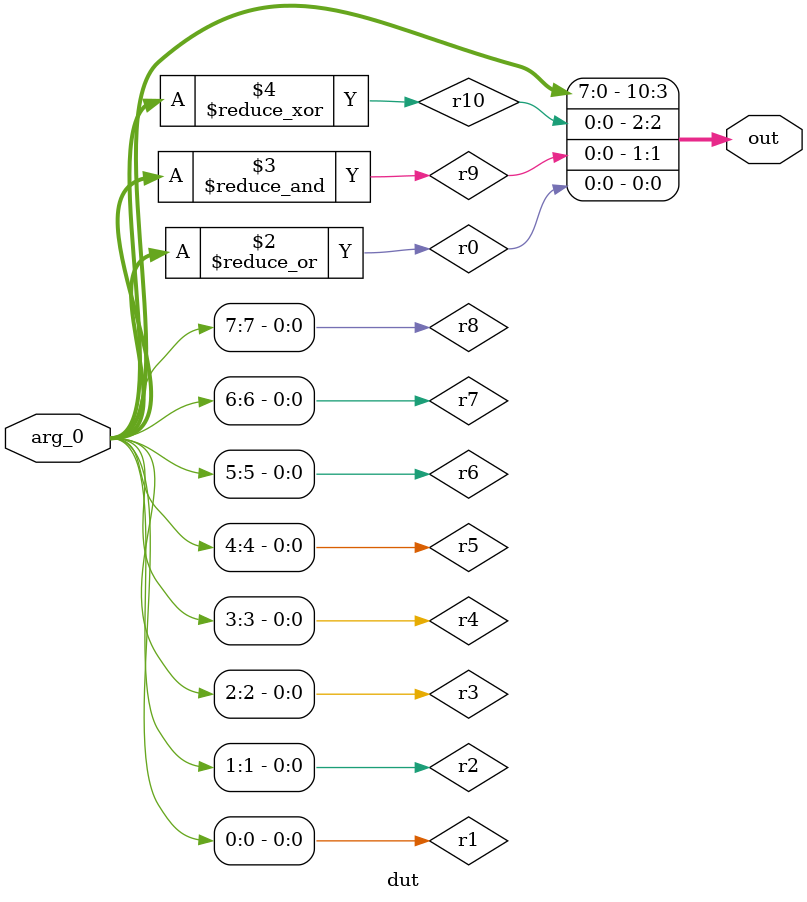
<source format=v>
module testbench();
    wire [10:0] out;
    reg [7:0] arg_0;
    dut t (.out(out),.arg_0(arg_0));
    initial begin
        arg_0 = 8'b00000000;
        #0;
        if (11'b00000000000 !== out) begin
            $display("ASSERTION FAILED 0x%0h !== 0x%0h CASE 0", 11'b00000000000, out);
            $finish;
        end
        arg_0 = 8'b00000001;
        #0;
        if (11'b00000001101 !== out) begin
            $display("ASSERTION FAILED 0x%0h !== 0x%0h CASE 1", 11'b00000001101, out);
            $finish;
        end
        arg_0 = 8'b00000010;
        #0;
        if (11'b00000010101 !== out) begin
            $display("ASSERTION FAILED 0x%0h !== 0x%0h CASE 2", 11'b00000010101, out);
            $finish;
        end
        arg_0 = 8'b00000011;
        #0;
        if (11'b00000011001 !== out) begin
            $display("ASSERTION FAILED 0x%0h !== 0x%0h CASE 3", 11'b00000011001, out);
            $finish;
        end
        arg_0 = 8'b00000100;
        #0;
        if (11'b00000100101 !== out) begin
            $display("ASSERTION FAILED 0x%0h !== 0x%0h CASE 4", 11'b00000100101, out);
            $finish;
        end
        arg_0 = 8'b00000101;
        #0;
        if (11'b00000101001 !== out) begin
            $display("ASSERTION FAILED 0x%0h !== 0x%0h CASE 5", 11'b00000101001, out);
            $finish;
        end
        arg_0 = 8'b00000110;
        #0;
        if (11'b00000110001 !== out) begin
            $display("ASSERTION FAILED 0x%0h !== 0x%0h CASE 6", 11'b00000110001, out);
            $finish;
        end
        arg_0 = 8'b00000111;
        #0;
        if (11'b00000111101 !== out) begin
            $display("ASSERTION FAILED 0x%0h !== 0x%0h CASE 7", 11'b00000111101, out);
            $finish;
        end
        arg_0 = 8'b00001000;
        #0;
        if (11'b00001000101 !== out) begin
            $display("ASSERTION FAILED 0x%0h !== 0x%0h CASE 8", 11'b00001000101, out);
            $finish;
        end
        arg_0 = 8'b00001001;
        #0;
        if (11'b00001001001 !== out) begin
            $display("ASSERTION FAILED 0x%0h !== 0x%0h CASE 9", 11'b00001001001, out);
            $finish;
        end
        arg_0 = 8'b00001010;
        #0;
        if (11'b00001010001 !== out) begin
            $display("ASSERTION FAILED 0x%0h !== 0x%0h CASE 10", 11'b00001010001, out);
            $finish;
        end
        arg_0 = 8'b00001011;
        #0;
        if (11'b00001011101 !== out) begin
            $display("ASSERTION FAILED 0x%0h !== 0x%0h CASE 11", 11'b00001011101, out);
            $finish;
        end
        arg_0 = 8'b00001100;
        #0;
        if (11'b00001100001 !== out) begin
            $display("ASSERTION FAILED 0x%0h !== 0x%0h CASE 12", 11'b00001100001, out);
            $finish;
        end
        arg_0 = 8'b00001101;
        #0;
        if (11'b00001101101 !== out) begin
            $display("ASSERTION FAILED 0x%0h !== 0x%0h CASE 13", 11'b00001101101, out);
            $finish;
        end
        arg_0 = 8'b00001110;
        #0;
        if (11'b00001110101 !== out) begin
            $display("ASSERTION FAILED 0x%0h !== 0x%0h CASE 14", 11'b00001110101, out);
            $finish;
        end
        arg_0 = 8'b00001111;
        #0;
        if (11'b00001111001 !== out) begin
            $display("ASSERTION FAILED 0x%0h !== 0x%0h CASE 15", 11'b00001111001, out);
            $finish;
        end
        arg_0 = 8'b00010000;
        #0;
        if (11'b00010000101 !== out) begin
            $display("ASSERTION FAILED 0x%0h !== 0x%0h CASE 16", 11'b00010000101, out);
            $finish;
        end
        arg_0 = 8'b00010001;
        #0;
        if (11'b00010001001 !== out) begin
            $display("ASSERTION FAILED 0x%0h !== 0x%0h CASE 17", 11'b00010001001, out);
            $finish;
        end
        arg_0 = 8'b00010010;
        #0;
        if (11'b00010010001 !== out) begin
            $display("ASSERTION FAILED 0x%0h !== 0x%0h CASE 18", 11'b00010010001, out);
            $finish;
        end
        arg_0 = 8'b00010011;
        #0;
        if (11'b00010011101 !== out) begin
            $display("ASSERTION FAILED 0x%0h !== 0x%0h CASE 19", 11'b00010011101, out);
            $finish;
        end
        arg_0 = 8'b00010100;
        #0;
        if (11'b00010100001 !== out) begin
            $display("ASSERTION FAILED 0x%0h !== 0x%0h CASE 20", 11'b00010100001, out);
            $finish;
        end
        arg_0 = 8'b00010101;
        #0;
        if (11'b00010101101 !== out) begin
            $display("ASSERTION FAILED 0x%0h !== 0x%0h CASE 21", 11'b00010101101, out);
            $finish;
        end
        arg_0 = 8'b00010110;
        #0;
        if (11'b00010110101 !== out) begin
            $display("ASSERTION FAILED 0x%0h !== 0x%0h CASE 22", 11'b00010110101, out);
            $finish;
        end
        arg_0 = 8'b00010111;
        #0;
        if (11'b00010111001 !== out) begin
            $display("ASSERTION FAILED 0x%0h !== 0x%0h CASE 23", 11'b00010111001, out);
            $finish;
        end
        arg_0 = 8'b00011000;
        #0;
        if (11'b00011000001 !== out) begin
            $display("ASSERTION FAILED 0x%0h !== 0x%0h CASE 24", 11'b00011000001, out);
            $finish;
        end
        arg_0 = 8'b00011001;
        #0;
        if (11'b00011001101 !== out) begin
            $display("ASSERTION FAILED 0x%0h !== 0x%0h CASE 25", 11'b00011001101, out);
            $finish;
        end
        arg_0 = 8'b00011010;
        #0;
        if (11'b00011010101 !== out) begin
            $display("ASSERTION FAILED 0x%0h !== 0x%0h CASE 26", 11'b00011010101, out);
            $finish;
        end
        arg_0 = 8'b00011011;
        #0;
        if (11'b00011011001 !== out) begin
            $display("ASSERTION FAILED 0x%0h !== 0x%0h CASE 27", 11'b00011011001, out);
            $finish;
        end
        arg_0 = 8'b00011100;
        #0;
        if (11'b00011100101 !== out) begin
            $display("ASSERTION FAILED 0x%0h !== 0x%0h CASE 28", 11'b00011100101, out);
            $finish;
        end
        arg_0 = 8'b00011101;
        #0;
        if (11'b00011101001 !== out) begin
            $display("ASSERTION FAILED 0x%0h !== 0x%0h CASE 29", 11'b00011101001, out);
            $finish;
        end
        arg_0 = 8'b00011110;
        #0;
        if (11'b00011110001 !== out) begin
            $display("ASSERTION FAILED 0x%0h !== 0x%0h CASE 30", 11'b00011110001, out);
            $finish;
        end
        arg_0 = 8'b00011111;
        #0;
        if (11'b00011111101 !== out) begin
            $display("ASSERTION FAILED 0x%0h !== 0x%0h CASE 31", 11'b00011111101, out);
            $finish;
        end
        arg_0 = 8'b00100000;
        #0;
        if (11'b00100000101 !== out) begin
            $display("ASSERTION FAILED 0x%0h !== 0x%0h CASE 32", 11'b00100000101, out);
            $finish;
        end
        arg_0 = 8'b00100001;
        #0;
        if (11'b00100001001 !== out) begin
            $display("ASSERTION FAILED 0x%0h !== 0x%0h CASE 33", 11'b00100001001, out);
            $finish;
        end
        arg_0 = 8'b00100010;
        #0;
        if (11'b00100010001 !== out) begin
            $display("ASSERTION FAILED 0x%0h !== 0x%0h CASE 34", 11'b00100010001, out);
            $finish;
        end
        arg_0 = 8'b00100011;
        #0;
        if (11'b00100011101 !== out) begin
            $display("ASSERTION FAILED 0x%0h !== 0x%0h CASE 35", 11'b00100011101, out);
            $finish;
        end
        arg_0 = 8'b00100100;
        #0;
        if (11'b00100100001 !== out) begin
            $display("ASSERTION FAILED 0x%0h !== 0x%0h CASE 36", 11'b00100100001, out);
            $finish;
        end
        arg_0 = 8'b00100101;
        #0;
        if (11'b00100101101 !== out) begin
            $display("ASSERTION FAILED 0x%0h !== 0x%0h CASE 37", 11'b00100101101, out);
            $finish;
        end
        arg_0 = 8'b00100110;
        #0;
        if (11'b00100110101 !== out) begin
            $display("ASSERTION FAILED 0x%0h !== 0x%0h CASE 38", 11'b00100110101, out);
            $finish;
        end
        arg_0 = 8'b00100111;
        #0;
        if (11'b00100111001 !== out) begin
            $display("ASSERTION FAILED 0x%0h !== 0x%0h CASE 39", 11'b00100111001, out);
            $finish;
        end
        arg_0 = 8'b00101000;
        #0;
        if (11'b00101000001 !== out) begin
            $display("ASSERTION FAILED 0x%0h !== 0x%0h CASE 40", 11'b00101000001, out);
            $finish;
        end
        arg_0 = 8'b00101001;
        #0;
        if (11'b00101001101 !== out) begin
            $display("ASSERTION FAILED 0x%0h !== 0x%0h CASE 41", 11'b00101001101, out);
            $finish;
        end
        arg_0 = 8'b00101010;
        #0;
        if (11'b00101010101 !== out) begin
            $display("ASSERTION FAILED 0x%0h !== 0x%0h CASE 42", 11'b00101010101, out);
            $finish;
        end
        arg_0 = 8'b00101011;
        #0;
        if (11'b00101011001 !== out) begin
            $display("ASSERTION FAILED 0x%0h !== 0x%0h CASE 43", 11'b00101011001, out);
            $finish;
        end
        arg_0 = 8'b00101100;
        #0;
        if (11'b00101100101 !== out) begin
            $display("ASSERTION FAILED 0x%0h !== 0x%0h CASE 44", 11'b00101100101, out);
            $finish;
        end
        arg_0 = 8'b00101101;
        #0;
        if (11'b00101101001 !== out) begin
            $display("ASSERTION FAILED 0x%0h !== 0x%0h CASE 45", 11'b00101101001, out);
            $finish;
        end
        arg_0 = 8'b00101110;
        #0;
        if (11'b00101110001 !== out) begin
            $display("ASSERTION FAILED 0x%0h !== 0x%0h CASE 46", 11'b00101110001, out);
            $finish;
        end
        arg_0 = 8'b00101111;
        #0;
        if (11'b00101111101 !== out) begin
            $display("ASSERTION FAILED 0x%0h !== 0x%0h CASE 47", 11'b00101111101, out);
            $finish;
        end
        arg_0 = 8'b00110000;
        #0;
        if (11'b00110000001 !== out) begin
            $display("ASSERTION FAILED 0x%0h !== 0x%0h CASE 48", 11'b00110000001, out);
            $finish;
        end
        arg_0 = 8'b00110001;
        #0;
        if (11'b00110001101 !== out) begin
            $display("ASSERTION FAILED 0x%0h !== 0x%0h CASE 49", 11'b00110001101, out);
            $finish;
        end
        arg_0 = 8'b00110010;
        #0;
        if (11'b00110010101 !== out) begin
            $display("ASSERTION FAILED 0x%0h !== 0x%0h CASE 50", 11'b00110010101, out);
            $finish;
        end
        arg_0 = 8'b00110011;
        #0;
        if (11'b00110011001 !== out) begin
            $display("ASSERTION FAILED 0x%0h !== 0x%0h CASE 51", 11'b00110011001, out);
            $finish;
        end
        arg_0 = 8'b00110100;
        #0;
        if (11'b00110100101 !== out) begin
            $display("ASSERTION FAILED 0x%0h !== 0x%0h CASE 52", 11'b00110100101, out);
            $finish;
        end
        arg_0 = 8'b00110101;
        #0;
        if (11'b00110101001 !== out) begin
            $display("ASSERTION FAILED 0x%0h !== 0x%0h CASE 53", 11'b00110101001, out);
            $finish;
        end
        arg_0 = 8'b00110110;
        #0;
        if (11'b00110110001 !== out) begin
            $display("ASSERTION FAILED 0x%0h !== 0x%0h CASE 54", 11'b00110110001, out);
            $finish;
        end
        arg_0 = 8'b00110111;
        #0;
        if (11'b00110111101 !== out) begin
            $display("ASSERTION FAILED 0x%0h !== 0x%0h CASE 55", 11'b00110111101, out);
            $finish;
        end
        arg_0 = 8'b00111000;
        #0;
        if (11'b00111000101 !== out) begin
            $display("ASSERTION FAILED 0x%0h !== 0x%0h CASE 56", 11'b00111000101, out);
            $finish;
        end
        arg_0 = 8'b00111001;
        #0;
        if (11'b00111001001 !== out) begin
            $display("ASSERTION FAILED 0x%0h !== 0x%0h CASE 57", 11'b00111001001, out);
            $finish;
        end
        arg_0 = 8'b00111010;
        #0;
        if (11'b00111010001 !== out) begin
            $display("ASSERTION FAILED 0x%0h !== 0x%0h CASE 58", 11'b00111010001, out);
            $finish;
        end
        arg_0 = 8'b00111011;
        #0;
        if (11'b00111011101 !== out) begin
            $display("ASSERTION FAILED 0x%0h !== 0x%0h CASE 59", 11'b00111011101, out);
            $finish;
        end
        arg_0 = 8'b00111100;
        #0;
        if (11'b00111100001 !== out) begin
            $display("ASSERTION FAILED 0x%0h !== 0x%0h CASE 60", 11'b00111100001, out);
            $finish;
        end
        arg_0 = 8'b00111101;
        #0;
        if (11'b00111101101 !== out) begin
            $display("ASSERTION FAILED 0x%0h !== 0x%0h CASE 61", 11'b00111101101, out);
            $finish;
        end
        arg_0 = 8'b00111110;
        #0;
        if (11'b00111110101 !== out) begin
            $display("ASSERTION FAILED 0x%0h !== 0x%0h CASE 62", 11'b00111110101, out);
            $finish;
        end
        arg_0 = 8'b00111111;
        #0;
        if (11'b00111111001 !== out) begin
            $display("ASSERTION FAILED 0x%0h !== 0x%0h CASE 63", 11'b00111111001, out);
            $finish;
        end
        arg_0 = 8'b01000000;
        #0;
        if (11'b01000000101 !== out) begin
            $display("ASSERTION FAILED 0x%0h !== 0x%0h CASE 64", 11'b01000000101, out);
            $finish;
        end
        arg_0 = 8'b01000001;
        #0;
        if (11'b01000001001 !== out) begin
            $display("ASSERTION FAILED 0x%0h !== 0x%0h CASE 65", 11'b01000001001, out);
            $finish;
        end
        arg_0 = 8'b01000010;
        #0;
        if (11'b01000010001 !== out) begin
            $display("ASSERTION FAILED 0x%0h !== 0x%0h CASE 66", 11'b01000010001, out);
            $finish;
        end
        arg_0 = 8'b01000011;
        #0;
        if (11'b01000011101 !== out) begin
            $display("ASSERTION FAILED 0x%0h !== 0x%0h CASE 67", 11'b01000011101, out);
            $finish;
        end
        arg_0 = 8'b01000100;
        #0;
        if (11'b01000100001 !== out) begin
            $display("ASSERTION FAILED 0x%0h !== 0x%0h CASE 68", 11'b01000100001, out);
            $finish;
        end
        arg_0 = 8'b01000101;
        #0;
        if (11'b01000101101 !== out) begin
            $display("ASSERTION FAILED 0x%0h !== 0x%0h CASE 69", 11'b01000101101, out);
            $finish;
        end
        arg_0 = 8'b01000110;
        #0;
        if (11'b01000110101 !== out) begin
            $display("ASSERTION FAILED 0x%0h !== 0x%0h CASE 70", 11'b01000110101, out);
            $finish;
        end
        arg_0 = 8'b01000111;
        #0;
        if (11'b01000111001 !== out) begin
            $display("ASSERTION FAILED 0x%0h !== 0x%0h CASE 71", 11'b01000111001, out);
            $finish;
        end
        arg_0 = 8'b01001000;
        #0;
        if (11'b01001000001 !== out) begin
            $display("ASSERTION FAILED 0x%0h !== 0x%0h CASE 72", 11'b01001000001, out);
            $finish;
        end
        arg_0 = 8'b01001001;
        #0;
        if (11'b01001001101 !== out) begin
            $display("ASSERTION FAILED 0x%0h !== 0x%0h CASE 73", 11'b01001001101, out);
            $finish;
        end
        arg_0 = 8'b01001010;
        #0;
        if (11'b01001010101 !== out) begin
            $display("ASSERTION FAILED 0x%0h !== 0x%0h CASE 74", 11'b01001010101, out);
            $finish;
        end
        arg_0 = 8'b01001011;
        #0;
        if (11'b01001011001 !== out) begin
            $display("ASSERTION FAILED 0x%0h !== 0x%0h CASE 75", 11'b01001011001, out);
            $finish;
        end
        arg_0 = 8'b01001100;
        #0;
        if (11'b01001100101 !== out) begin
            $display("ASSERTION FAILED 0x%0h !== 0x%0h CASE 76", 11'b01001100101, out);
            $finish;
        end
        arg_0 = 8'b01001101;
        #0;
        if (11'b01001101001 !== out) begin
            $display("ASSERTION FAILED 0x%0h !== 0x%0h CASE 77", 11'b01001101001, out);
            $finish;
        end
        arg_0 = 8'b01001110;
        #0;
        if (11'b01001110001 !== out) begin
            $display("ASSERTION FAILED 0x%0h !== 0x%0h CASE 78", 11'b01001110001, out);
            $finish;
        end
        arg_0 = 8'b01001111;
        #0;
        if (11'b01001111101 !== out) begin
            $display("ASSERTION FAILED 0x%0h !== 0x%0h CASE 79", 11'b01001111101, out);
            $finish;
        end
        arg_0 = 8'b01010000;
        #0;
        if (11'b01010000001 !== out) begin
            $display("ASSERTION FAILED 0x%0h !== 0x%0h CASE 80", 11'b01010000001, out);
            $finish;
        end
        arg_0 = 8'b01010001;
        #0;
        if (11'b01010001101 !== out) begin
            $display("ASSERTION FAILED 0x%0h !== 0x%0h CASE 81", 11'b01010001101, out);
            $finish;
        end
        arg_0 = 8'b01010010;
        #0;
        if (11'b01010010101 !== out) begin
            $display("ASSERTION FAILED 0x%0h !== 0x%0h CASE 82", 11'b01010010101, out);
            $finish;
        end
        arg_0 = 8'b01010011;
        #0;
        if (11'b01010011001 !== out) begin
            $display("ASSERTION FAILED 0x%0h !== 0x%0h CASE 83", 11'b01010011001, out);
            $finish;
        end
        arg_0 = 8'b01010100;
        #0;
        if (11'b01010100101 !== out) begin
            $display("ASSERTION FAILED 0x%0h !== 0x%0h CASE 84", 11'b01010100101, out);
            $finish;
        end
        arg_0 = 8'b01010101;
        #0;
        if (11'b01010101001 !== out) begin
            $display("ASSERTION FAILED 0x%0h !== 0x%0h CASE 85", 11'b01010101001, out);
            $finish;
        end
        arg_0 = 8'b01010110;
        #0;
        if (11'b01010110001 !== out) begin
            $display("ASSERTION FAILED 0x%0h !== 0x%0h CASE 86", 11'b01010110001, out);
            $finish;
        end
        arg_0 = 8'b01010111;
        #0;
        if (11'b01010111101 !== out) begin
            $display("ASSERTION FAILED 0x%0h !== 0x%0h CASE 87", 11'b01010111101, out);
            $finish;
        end
        arg_0 = 8'b01011000;
        #0;
        if (11'b01011000101 !== out) begin
            $display("ASSERTION FAILED 0x%0h !== 0x%0h CASE 88", 11'b01011000101, out);
            $finish;
        end
        arg_0 = 8'b01011001;
        #0;
        if (11'b01011001001 !== out) begin
            $display("ASSERTION FAILED 0x%0h !== 0x%0h CASE 89", 11'b01011001001, out);
            $finish;
        end
        arg_0 = 8'b01011010;
        #0;
        if (11'b01011010001 !== out) begin
            $display("ASSERTION FAILED 0x%0h !== 0x%0h CASE 90", 11'b01011010001, out);
            $finish;
        end
        arg_0 = 8'b01011011;
        #0;
        if (11'b01011011101 !== out) begin
            $display("ASSERTION FAILED 0x%0h !== 0x%0h CASE 91", 11'b01011011101, out);
            $finish;
        end
        arg_0 = 8'b01011100;
        #0;
        if (11'b01011100001 !== out) begin
            $display("ASSERTION FAILED 0x%0h !== 0x%0h CASE 92", 11'b01011100001, out);
            $finish;
        end
        arg_0 = 8'b01011101;
        #0;
        if (11'b01011101101 !== out) begin
            $display("ASSERTION FAILED 0x%0h !== 0x%0h CASE 93", 11'b01011101101, out);
            $finish;
        end
        arg_0 = 8'b01011110;
        #0;
        if (11'b01011110101 !== out) begin
            $display("ASSERTION FAILED 0x%0h !== 0x%0h CASE 94", 11'b01011110101, out);
            $finish;
        end
        arg_0 = 8'b01011111;
        #0;
        if (11'b01011111001 !== out) begin
            $display("ASSERTION FAILED 0x%0h !== 0x%0h CASE 95", 11'b01011111001, out);
            $finish;
        end
        arg_0 = 8'b01100000;
        #0;
        if (11'b01100000001 !== out) begin
            $display("ASSERTION FAILED 0x%0h !== 0x%0h CASE 96", 11'b01100000001, out);
            $finish;
        end
        arg_0 = 8'b01100001;
        #0;
        if (11'b01100001101 !== out) begin
            $display("ASSERTION FAILED 0x%0h !== 0x%0h CASE 97", 11'b01100001101, out);
            $finish;
        end
        arg_0 = 8'b01100010;
        #0;
        if (11'b01100010101 !== out) begin
            $display("ASSERTION FAILED 0x%0h !== 0x%0h CASE 98", 11'b01100010101, out);
            $finish;
        end
        arg_0 = 8'b01100011;
        #0;
        if (11'b01100011001 !== out) begin
            $display("ASSERTION FAILED 0x%0h !== 0x%0h CASE 99", 11'b01100011001, out);
            $finish;
        end
        arg_0 = 8'b01100100;
        #0;
        if (11'b01100100101 !== out) begin
            $display("ASSERTION FAILED 0x%0h !== 0x%0h CASE 100", 11'b01100100101, out);
            $finish;
        end
        arg_0 = 8'b01100101;
        #0;
        if (11'b01100101001 !== out) begin
            $display("ASSERTION FAILED 0x%0h !== 0x%0h CASE 101", 11'b01100101001, out);
            $finish;
        end
        arg_0 = 8'b01100110;
        #0;
        if (11'b01100110001 !== out) begin
            $display("ASSERTION FAILED 0x%0h !== 0x%0h CASE 102", 11'b01100110001, out);
            $finish;
        end
        arg_0 = 8'b01100111;
        #0;
        if (11'b01100111101 !== out) begin
            $display("ASSERTION FAILED 0x%0h !== 0x%0h CASE 103", 11'b01100111101, out);
            $finish;
        end
        arg_0 = 8'b01101000;
        #0;
        if (11'b01101000101 !== out) begin
            $display("ASSERTION FAILED 0x%0h !== 0x%0h CASE 104", 11'b01101000101, out);
            $finish;
        end
        arg_0 = 8'b01101001;
        #0;
        if (11'b01101001001 !== out) begin
            $display("ASSERTION FAILED 0x%0h !== 0x%0h CASE 105", 11'b01101001001, out);
            $finish;
        end
        arg_0 = 8'b01101010;
        #0;
        if (11'b01101010001 !== out) begin
            $display("ASSERTION FAILED 0x%0h !== 0x%0h CASE 106", 11'b01101010001, out);
            $finish;
        end
        arg_0 = 8'b01101011;
        #0;
        if (11'b01101011101 !== out) begin
            $display("ASSERTION FAILED 0x%0h !== 0x%0h CASE 107", 11'b01101011101, out);
            $finish;
        end
        arg_0 = 8'b01101100;
        #0;
        if (11'b01101100001 !== out) begin
            $display("ASSERTION FAILED 0x%0h !== 0x%0h CASE 108", 11'b01101100001, out);
            $finish;
        end
        arg_0 = 8'b01101101;
        #0;
        if (11'b01101101101 !== out) begin
            $display("ASSERTION FAILED 0x%0h !== 0x%0h CASE 109", 11'b01101101101, out);
            $finish;
        end
        arg_0 = 8'b01101110;
        #0;
        if (11'b01101110101 !== out) begin
            $display("ASSERTION FAILED 0x%0h !== 0x%0h CASE 110", 11'b01101110101, out);
            $finish;
        end
        arg_0 = 8'b01101111;
        #0;
        if (11'b01101111001 !== out) begin
            $display("ASSERTION FAILED 0x%0h !== 0x%0h CASE 111", 11'b01101111001, out);
            $finish;
        end
        arg_0 = 8'b01110000;
        #0;
        if (11'b01110000101 !== out) begin
            $display("ASSERTION FAILED 0x%0h !== 0x%0h CASE 112", 11'b01110000101, out);
            $finish;
        end
        arg_0 = 8'b01110001;
        #0;
        if (11'b01110001001 !== out) begin
            $display("ASSERTION FAILED 0x%0h !== 0x%0h CASE 113", 11'b01110001001, out);
            $finish;
        end
        arg_0 = 8'b01110010;
        #0;
        if (11'b01110010001 !== out) begin
            $display("ASSERTION FAILED 0x%0h !== 0x%0h CASE 114", 11'b01110010001, out);
            $finish;
        end
        arg_0 = 8'b01110011;
        #0;
        if (11'b01110011101 !== out) begin
            $display("ASSERTION FAILED 0x%0h !== 0x%0h CASE 115", 11'b01110011101, out);
            $finish;
        end
        arg_0 = 8'b01110100;
        #0;
        if (11'b01110100001 !== out) begin
            $display("ASSERTION FAILED 0x%0h !== 0x%0h CASE 116", 11'b01110100001, out);
            $finish;
        end
        arg_0 = 8'b01110101;
        #0;
        if (11'b01110101101 !== out) begin
            $display("ASSERTION FAILED 0x%0h !== 0x%0h CASE 117", 11'b01110101101, out);
            $finish;
        end
        arg_0 = 8'b01110110;
        #0;
        if (11'b01110110101 !== out) begin
            $display("ASSERTION FAILED 0x%0h !== 0x%0h CASE 118", 11'b01110110101, out);
            $finish;
        end
        arg_0 = 8'b01110111;
        #0;
        if (11'b01110111001 !== out) begin
            $display("ASSERTION FAILED 0x%0h !== 0x%0h CASE 119", 11'b01110111001, out);
            $finish;
        end
        arg_0 = 8'b01111000;
        #0;
        if (11'b01111000001 !== out) begin
            $display("ASSERTION FAILED 0x%0h !== 0x%0h CASE 120", 11'b01111000001, out);
            $finish;
        end
        arg_0 = 8'b01111001;
        #0;
        if (11'b01111001101 !== out) begin
            $display("ASSERTION FAILED 0x%0h !== 0x%0h CASE 121", 11'b01111001101, out);
            $finish;
        end
        arg_0 = 8'b01111010;
        #0;
        if (11'b01111010101 !== out) begin
            $display("ASSERTION FAILED 0x%0h !== 0x%0h CASE 122", 11'b01111010101, out);
            $finish;
        end
        arg_0 = 8'b01111011;
        #0;
        if (11'b01111011001 !== out) begin
            $display("ASSERTION FAILED 0x%0h !== 0x%0h CASE 123", 11'b01111011001, out);
            $finish;
        end
        arg_0 = 8'b01111100;
        #0;
        if (11'b01111100101 !== out) begin
            $display("ASSERTION FAILED 0x%0h !== 0x%0h CASE 124", 11'b01111100101, out);
            $finish;
        end
        arg_0 = 8'b01111101;
        #0;
        if (11'b01111101001 !== out) begin
            $display("ASSERTION FAILED 0x%0h !== 0x%0h CASE 125", 11'b01111101001, out);
            $finish;
        end
        arg_0 = 8'b01111110;
        #0;
        if (11'b01111110001 !== out) begin
            $display("ASSERTION FAILED 0x%0h !== 0x%0h CASE 126", 11'b01111110001, out);
            $finish;
        end
        arg_0 = 8'b01111111;
        #0;
        if (11'b01111111101 !== out) begin
            $display("ASSERTION FAILED 0x%0h !== 0x%0h CASE 127", 11'b01111111101, out);
            $finish;
        end
        arg_0 = 8'b10000000;
        #0;
        if (11'b10000000101 !== out) begin
            $display("ASSERTION FAILED 0x%0h !== 0x%0h CASE 128", 11'b10000000101, out);
            $finish;
        end
        arg_0 = 8'b10000001;
        #0;
        if (11'b10000001001 !== out) begin
            $display("ASSERTION FAILED 0x%0h !== 0x%0h CASE 129", 11'b10000001001, out);
            $finish;
        end
        arg_0 = 8'b10000010;
        #0;
        if (11'b10000010001 !== out) begin
            $display("ASSERTION FAILED 0x%0h !== 0x%0h CASE 130", 11'b10000010001, out);
            $finish;
        end
        arg_0 = 8'b10000011;
        #0;
        if (11'b10000011101 !== out) begin
            $display("ASSERTION FAILED 0x%0h !== 0x%0h CASE 131", 11'b10000011101, out);
            $finish;
        end
        arg_0 = 8'b10000100;
        #0;
        if (11'b10000100001 !== out) begin
            $display("ASSERTION FAILED 0x%0h !== 0x%0h CASE 132", 11'b10000100001, out);
            $finish;
        end
        arg_0 = 8'b10000101;
        #0;
        if (11'b10000101101 !== out) begin
            $display("ASSERTION FAILED 0x%0h !== 0x%0h CASE 133", 11'b10000101101, out);
            $finish;
        end
        arg_0 = 8'b10000110;
        #0;
        if (11'b10000110101 !== out) begin
            $display("ASSERTION FAILED 0x%0h !== 0x%0h CASE 134", 11'b10000110101, out);
            $finish;
        end
        arg_0 = 8'b10000111;
        #0;
        if (11'b10000111001 !== out) begin
            $display("ASSERTION FAILED 0x%0h !== 0x%0h CASE 135", 11'b10000111001, out);
            $finish;
        end
        arg_0 = 8'b10001000;
        #0;
        if (11'b10001000001 !== out) begin
            $display("ASSERTION FAILED 0x%0h !== 0x%0h CASE 136", 11'b10001000001, out);
            $finish;
        end
        arg_0 = 8'b10001001;
        #0;
        if (11'b10001001101 !== out) begin
            $display("ASSERTION FAILED 0x%0h !== 0x%0h CASE 137", 11'b10001001101, out);
            $finish;
        end
        arg_0 = 8'b10001010;
        #0;
        if (11'b10001010101 !== out) begin
            $display("ASSERTION FAILED 0x%0h !== 0x%0h CASE 138", 11'b10001010101, out);
            $finish;
        end
        arg_0 = 8'b10001011;
        #0;
        if (11'b10001011001 !== out) begin
            $display("ASSERTION FAILED 0x%0h !== 0x%0h CASE 139", 11'b10001011001, out);
            $finish;
        end
        arg_0 = 8'b10001100;
        #0;
        if (11'b10001100101 !== out) begin
            $display("ASSERTION FAILED 0x%0h !== 0x%0h CASE 140", 11'b10001100101, out);
            $finish;
        end
        arg_0 = 8'b10001101;
        #0;
        if (11'b10001101001 !== out) begin
            $display("ASSERTION FAILED 0x%0h !== 0x%0h CASE 141", 11'b10001101001, out);
            $finish;
        end
        arg_0 = 8'b10001110;
        #0;
        if (11'b10001110001 !== out) begin
            $display("ASSERTION FAILED 0x%0h !== 0x%0h CASE 142", 11'b10001110001, out);
            $finish;
        end
        arg_0 = 8'b10001111;
        #0;
        if (11'b10001111101 !== out) begin
            $display("ASSERTION FAILED 0x%0h !== 0x%0h CASE 143", 11'b10001111101, out);
            $finish;
        end
        arg_0 = 8'b10010000;
        #0;
        if (11'b10010000001 !== out) begin
            $display("ASSERTION FAILED 0x%0h !== 0x%0h CASE 144", 11'b10010000001, out);
            $finish;
        end
        arg_0 = 8'b10010001;
        #0;
        if (11'b10010001101 !== out) begin
            $display("ASSERTION FAILED 0x%0h !== 0x%0h CASE 145", 11'b10010001101, out);
            $finish;
        end
        arg_0 = 8'b10010010;
        #0;
        if (11'b10010010101 !== out) begin
            $display("ASSERTION FAILED 0x%0h !== 0x%0h CASE 146", 11'b10010010101, out);
            $finish;
        end
        arg_0 = 8'b10010011;
        #0;
        if (11'b10010011001 !== out) begin
            $display("ASSERTION FAILED 0x%0h !== 0x%0h CASE 147", 11'b10010011001, out);
            $finish;
        end
        arg_0 = 8'b10010100;
        #0;
        if (11'b10010100101 !== out) begin
            $display("ASSERTION FAILED 0x%0h !== 0x%0h CASE 148", 11'b10010100101, out);
            $finish;
        end
        arg_0 = 8'b10010101;
        #0;
        if (11'b10010101001 !== out) begin
            $display("ASSERTION FAILED 0x%0h !== 0x%0h CASE 149", 11'b10010101001, out);
            $finish;
        end
        arg_0 = 8'b10010110;
        #0;
        if (11'b10010110001 !== out) begin
            $display("ASSERTION FAILED 0x%0h !== 0x%0h CASE 150", 11'b10010110001, out);
            $finish;
        end
        arg_0 = 8'b10010111;
        #0;
        if (11'b10010111101 !== out) begin
            $display("ASSERTION FAILED 0x%0h !== 0x%0h CASE 151", 11'b10010111101, out);
            $finish;
        end
        arg_0 = 8'b10011000;
        #0;
        if (11'b10011000101 !== out) begin
            $display("ASSERTION FAILED 0x%0h !== 0x%0h CASE 152", 11'b10011000101, out);
            $finish;
        end
        arg_0 = 8'b10011001;
        #0;
        if (11'b10011001001 !== out) begin
            $display("ASSERTION FAILED 0x%0h !== 0x%0h CASE 153", 11'b10011001001, out);
            $finish;
        end
        arg_0 = 8'b10011010;
        #0;
        if (11'b10011010001 !== out) begin
            $display("ASSERTION FAILED 0x%0h !== 0x%0h CASE 154", 11'b10011010001, out);
            $finish;
        end
        arg_0 = 8'b10011011;
        #0;
        if (11'b10011011101 !== out) begin
            $display("ASSERTION FAILED 0x%0h !== 0x%0h CASE 155", 11'b10011011101, out);
            $finish;
        end
        arg_0 = 8'b10011100;
        #0;
        if (11'b10011100001 !== out) begin
            $display("ASSERTION FAILED 0x%0h !== 0x%0h CASE 156", 11'b10011100001, out);
            $finish;
        end
        arg_0 = 8'b10011101;
        #0;
        if (11'b10011101101 !== out) begin
            $display("ASSERTION FAILED 0x%0h !== 0x%0h CASE 157", 11'b10011101101, out);
            $finish;
        end
        arg_0 = 8'b10011110;
        #0;
        if (11'b10011110101 !== out) begin
            $display("ASSERTION FAILED 0x%0h !== 0x%0h CASE 158", 11'b10011110101, out);
            $finish;
        end
        arg_0 = 8'b10011111;
        #0;
        if (11'b10011111001 !== out) begin
            $display("ASSERTION FAILED 0x%0h !== 0x%0h CASE 159", 11'b10011111001, out);
            $finish;
        end
        arg_0 = 8'b10100000;
        #0;
        if (11'b10100000001 !== out) begin
            $display("ASSERTION FAILED 0x%0h !== 0x%0h CASE 160", 11'b10100000001, out);
            $finish;
        end
        arg_0 = 8'b10100001;
        #0;
        if (11'b10100001101 !== out) begin
            $display("ASSERTION FAILED 0x%0h !== 0x%0h CASE 161", 11'b10100001101, out);
            $finish;
        end
        arg_0 = 8'b10100010;
        #0;
        if (11'b10100010101 !== out) begin
            $display("ASSERTION FAILED 0x%0h !== 0x%0h CASE 162", 11'b10100010101, out);
            $finish;
        end
        arg_0 = 8'b10100011;
        #0;
        if (11'b10100011001 !== out) begin
            $display("ASSERTION FAILED 0x%0h !== 0x%0h CASE 163", 11'b10100011001, out);
            $finish;
        end
        arg_0 = 8'b10100100;
        #0;
        if (11'b10100100101 !== out) begin
            $display("ASSERTION FAILED 0x%0h !== 0x%0h CASE 164", 11'b10100100101, out);
            $finish;
        end
        arg_0 = 8'b10100101;
        #0;
        if (11'b10100101001 !== out) begin
            $display("ASSERTION FAILED 0x%0h !== 0x%0h CASE 165", 11'b10100101001, out);
            $finish;
        end
        arg_0 = 8'b10100110;
        #0;
        if (11'b10100110001 !== out) begin
            $display("ASSERTION FAILED 0x%0h !== 0x%0h CASE 166", 11'b10100110001, out);
            $finish;
        end
        arg_0 = 8'b10100111;
        #0;
        if (11'b10100111101 !== out) begin
            $display("ASSERTION FAILED 0x%0h !== 0x%0h CASE 167", 11'b10100111101, out);
            $finish;
        end
        arg_0 = 8'b10101000;
        #0;
        if (11'b10101000101 !== out) begin
            $display("ASSERTION FAILED 0x%0h !== 0x%0h CASE 168", 11'b10101000101, out);
            $finish;
        end
        arg_0 = 8'b10101001;
        #0;
        if (11'b10101001001 !== out) begin
            $display("ASSERTION FAILED 0x%0h !== 0x%0h CASE 169", 11'b10101001001, out);
            $finish;
        end
        arg_0 = 8'b10101010;
        #0;
        if (11'b10101010001 !== out) begin
            $display("ASSERTION FAILED 0x%0h !== 0x%0h CASE 170", 11'b10101010001, out);
            $finish;
        end
        arg_0 = 8'b10101011;
        #0;
        if (11'b10101011101 !== out) begin
            $display("ASSERTION FAILED 0x%0h !== 0x%0h CASE 171", 11'b10101011101, out);
            $finish;
        end
        arg_0 = 8'b10101100;
        #0;
        if (11'b10101100001 !== out) begin
            $display("ASSERTION FAILED 0x%0h !== 0x%0h CASE 172", 11'b10101100001, out);
            $finish;
        end
        arg_0 = 8'b10101101;
        #0;
        if (11'b10101101101 !== out) begin
            $display("ASSERTION FAILED 0x%0h !== 0x%0h CASE 173", 11'b10101101101, out);
            $finish;
        end
        arg_0 = 8'b10101110;
        #0;
        if (11'b10101110101 !== out) begin
            $display("ASSERTION FAILED 0x%0h !== 0x%0h CASE 174", 11'b10101110101, out);
            $finish;
        end
        arg_0 = 8'b10101111;
        #0;
        if (11'b10101111001 !== out) begin
            $display("ASSERTION FAILED 0x%0h !== 0x%0h CASE 175", 11'b10101111001, out);
            $finish;
        end
        arg_0 = 8'b10110000;
        #0;
        if (11'b10110000101 !== out) begin
            $display("ASSERTION FAILED 0x%0h !== 0x%0h CASE 176", 11'b10110000101, out);
            $finish;
        end
        arg_0 = 8'b10110001;
        #0;
        if (11'b10110001001 !== out) begin
            $display("ASSERTION FAILED 0x%0h !== 0x%0h CASE 177", 11'b10110001001, out);
            $finish;
        end
        arg_0 = 8'b10110010;
        #0;
        if (11'b10110010001 !== out) begin
            $display("ASSERTION FAILED 0x%0h !== 0x%0h CASE 178", 11'b10110010001, out);
            $finish;
        end
        arg_0 = 8'b10110011;
        #0;
        if (11'b10110011101 !== out) begin
            $display("ASSERTION FAILED 0x%0h !== 0x%0h CASE 179", 11'b10110011101, out);
            $finish;
        end
        arg_0 = 8'b10110100;
        #0;
        if (11'b10110100001 !== out) begin
            $display("ASSERTION FAILED 0x%0h !== 0x%0h CASE 180", 11'b10110100001, out);
            $finish;
        end
        arg_0 = 8'b10110101;
        #0;
        if (11'b10110101101 !== out) begin
            $display("ASSERTION FAILED 0x%0h !== 0x%0h CASE 181", 11'b10110101101, out);
            $finish;
        end
        arg_0 = 8'b10110110;
        #0;
        if (11'b10110110101 !== out) begin
            $display("ASSERTION FAILED 0x%0h !== 0x%0h CASE 182", 11'b10110110101, out);
            $finish;
        end
        arg_0 = 8'b10110111;
        #0;
        if (11'b10110111001 !== out) begin
            $display("ASSERTION FAILED 0x%0h !== 0x%0h CASE 183", 11'b10110111001, out);
            $finish;
        end
        arg_0 = 8'b10111000;
        #0;
        if (11'b10111000001 !== out) begin
            $display("ASSERTION FAILED 0x%0h !== 0x%0h CASE 184", 11'b10111000001, out);
            $finish;
        end
        arg_0 = 8'b10111001;
        #0;
        if (11'b10111001101 !== out) begin
            $display("ASSERTION FAILED 0x%0h !== 0x%0h CASE 185", 11'b10111001101, out);
            $finish;
        end
        arg_0 = 8'b10111010;
        #0;
        if (11'b10111010101 !== out) begin
            $display("ASSERTION FAILED 0x%0h !== 0x%0h CASE 186", 11'b10111010101, out);
            $finish;
        end
        arg_0 = 8'b10111011;
        #0;
        if (11'b10111011001 !== out) begin
            $display("ASSERTION FAILED 0x%0h !== 0x%0h CASE 187", 11'b10111011001, out);
            $finish;
        end
        arg_0 = 8'b10111100;
        #0;
        if (11'b10111100101 !== out) begin
            $display("ASSERTION FAILED 0x%0h !== 0x%0h CASE 188", 11'b10111100101, out);
            $finish;
        end
        arg_0 = 8'b10111101;
        #0;
        if (11'b10111101001 !== out) begin
            $display("ASSERTION FAILED 0x%0h !== 0x%0h CASE 189", 11'b10111101001, out);
            $finish;
        end
        arg_0 = 8'b10111110;
        #0;
        if (11'b10111110001 !== out) begin
            $display("ASSERTION FAILED 0x%0h !== 0x%0h CASE 190", 11'b10111110001, out);
            $finish;
        end
        arg_0 = 8'b10111111;
        #0;
        if (11'b10111111101 !== out) begin
            $display("ASSERTION FAILED 0x%0h !== 0x%0h CASE 191", 11'b10111111101, out);
            $finish;
        end
        arg_0 = 8'b11000000;
        #0;
        if (11'b11000000001 !== out) begin
            $display("ASSERTION FAILED 0x%0h !== 0x%0h CASE 192", 11'b11000000001, out);
            $finish;
        end
        arg_0 = 8'b11000001;
        #0;
        if (11'b11000001101 !== out) begin
            $display("ASSERTION FAILED 0x%0h !== 0x%0h CASE 193", 11'b11000001101, out);
            $finish;
        end
        arg_0 = 8'b11000010;
        #0;
        if (11'b11000010101 !== out) begin
            $display("ASSERTION FAILED 0x%0h !== 0x%0h CASE 194", 11'b11000010101, out);
            $finish;
        end
        arg_0 = 8'b11000011;
        #0;
        if (11'b11000011001 !== out) begin
            $display("ASSERTION FAILED 0x%0h !== 0x%0h CASE 195", 11'b11000011001, out);
            $finish;
        end
        arg_0 = 8'b11000100;
        #0;
        if (11'b11000100101 !== out) begin
            $display("ASSERTION FAILED 0x%0h !== 0x%0h CASE 196", 11'b11000100101, out);
            $finish;
        end
        arg_0 = 8'b11000101;
        #0;
        if (11'b11000101001 !== out) begin
            $display("ASSERTION FAILED 0x%0h !== 0x%0h CASE 197", 11'b11000101001, out);
            $finish;
        end
        arg_0 = 8'b11000110;
        #0;
        if (11'b11000110001 !== out) begin
            $display("ASSERTION FAILED 0x%0h !== 0x%0h CASE 198", 11'b11000110001, out);
            $finish;
        end
        arg_0 = 8'b11000111;
        #0;
        if (11'b11000111101 !== out) begin
            $display("ASSERTION FAILED 0x%0h !== 0x%0h CASE 199", 11'b11000111101, out);
            $finish;
        end
        arg_0 = 8'b11001000;
        #0;
        if (11'b11001000101 !== out) begin
            $display("ASSERTION FAILED 0x%0h !== 0x%0h CASE 200", 11'b11001000101, out);
            $finish;
        end
        arg_0 = 8'b11001001;
        #0;
        if (11'b11001001001 !== out) begin
            $display("ASSERTION FAILED 0x%0h !== 0x%0h CASE 201", 11'b11001001001, out);
            $finish;
        end
        arg_0 = 8'b11001010;
        #0;
        if (11'b11001010001 !== out) begin
            $display("ASSERTION FAILED 0x%0h !== 0x%0h CASE 202", 11'b11001010001, out);
            $finish;
        end
        arg_0 = 8'b11001011;
        #0;
        if (11'b11001011101 !== out) begin
            $display("ASSERTION FAILED 0x%0h !== 0x%0h CASE 203", 11'b11001011101, out);
            $finish;
        end
        arg_0 = 8'b11001100;
        #0;
        if (11'b11001100001 !== out) begin
            $display("ASSERTION FAILED 0x%0h !== 0x%0h CASE 204", 11'b11001100001, out);
            $finish;
        end
        arg_0 = 8'b11001101;
        #0;
        if (11'b11001101101 !== out) begin
            $display("ASSERTION FAILED 0x%0h !== 0x%0h CASE 205", 11'b11001101101, out);
            $finish;
        end
        arg_0 = 8'b11001110;
        #0;
        if (11'b11001110101 !== out) begin
            $display("ASSERTION FAILED 0x%0h !== 0x%0h CASE 206", 11'b11001110101, out);
            $finish;
        end
        arg_0 = 8'b11001111;
        #0;
        if (11'b11001111001 !== out) begin
            $display("ASSERTION FAILED 0x%0h !== 0x%0h CASE 207", 11'b11001111001, out);
            $finish;
        end
        arg_0 = 8'b11010000;
        #0;
        if (11'b11010000101 !== out) begin
            $display("ASSERTION FAILED 0x%0h !== 0x%0h CASE 208", 11'b11010000101, out);
            $finish;
        end
        arg_0 = 8'b11010001;
        #0;
        if (11'b11010001001 !== out) begin
            $display("ASSERTION FAILED 0x%0h !== 0x%0h CASE 209", 11'b11010001001, out);
            $finish;
        end
        arg_0 = 8'b11010010;
        #0;
        if (11'b11010010001 !== out) begin
            $display("ASSERTION FAILED 0x%0h !== 0x%0h CASE 210", 11'b11010010001, out);
            $finish;
        end
        arg_0 = 8'b11010011;
        #0;
        if (11'b11010011101 !== out) begin
            $display("ASSERTION FAILED 0x%0h !== 0x%0h CASE 211", 11'b11010011101, out);
            $finish;
        end
        arg_0 = 8'b11010100;
        #0;
        if (11'b11010100001 !== out) begin
            $display("ASSERTION FAILED 0x%0h !== 0x%0h CASE 212", 11'b11010100001, out);
            $finish;
        end
        arg_0 = 8'b11010101;
        #0;
        if (11'b11010101101 !== out) begin
            $display("ASSERTION FAILED 0x%0h !== 0x%0h CASE 213", 11'b11010101101, out);
            $finish;
        end
        arg_0 = 8'b11010110;
        #0;
        if (11'b11010110101 !== out) begin
            $display("ASSERTION FAILED 0x%0h !== 0x%0h CASE 214", 11'b11010110101, out);
            $finish;
        end
        arg_0 = 8'b11010111;
        #0;
        if (11'b11010111001 !== out) begin
            $display("ASSERTION FAILED 0x%0h !== 0x%0h CASE 215", 11'b11010111001, out);
            $finish;
        end
        arg_0 = 8'b11011000;
        #0;
        if (11'b11011000001 !== out) begin
            $display("ASSERTION FAILED 0x%0h !== 0x%0h CASE 216", 11'b11011000001, out);
            $finish;
        end
        arg_0 = 8'b11011001;
        #0;
        if (11'b11011001101 !== out) begin
            $display("ASSERTION FAILED 0x%0h !== 0x%0h CASE 217", 11'b11011001101, out);
            $finish;
        end
        arg_0 = 8'b11011010;
        #0;
        if (11'b11011010101 !== out) begin
            $display("ASSERTION FAILED 0x%0h !== 0x%0h CASE 218", 11'b11011010101, out);
            $finish;
        end
        arg_0 = 8'b11011011;
        #0;
        if (11'b11011011001 !== out) begin
            $display("ASSERTION FAILED 0x%0h !== 0x%0h CASE 219", 11'b11011011001, out);
            $finish;
        end
        arg_0 = 8'b11011100;
        #0;
        if (11'b11011100101 !== out) begin
            $display("ASSERTION FAILED 0x%0h !== 0x%0h CASE 220", 11'b11011100101, out);
            $finish;
        end
        arg_0 = 8'b11011101;
        #0;
        if (11'b11011101001 !== out) begin
            $display("ASSERTION FAILED 0x%0h !== 0x%0h CASE 221", 11'b11011101001, out);
            $finish;
        end
        arg_0 = 8'b11011110;
        #0;
        if (11'b11011110001 !== out) begin
            $display("ASSERTION FAILED 0x%0h !== 0x%0h CASE 222", 11'b11011110001, out);
            $finish;
        end
        arg_0 = 8'b11011111;
        #0;
        if (11'b11011111101 !== out) begin
            $display("ASSERTION FAILED 0x%0h !== 0x%0h CASE 223", 11'b11011111101, out);
            $finish;
        end
        arg_0 = 8'b11100000;
        #0;
        if (11'b11100000101 !== out) begin
            $display("ASSERTION FAILED 0x%0h !== 0x%0h CASE 224", 11'b11100000101, out);
            $finish;
        end
        arg_0 = 8'b11100001;
        #0;
        if (11'b11100001001 !== out) begin
            $display("ASSERTION FAILED 0x%0h !== 0x%0h CASE 225", 11'b11100001001, out);
            $finish;
        end
        arg_0 = 8'b11100010;
        #0;
        if (11'b11100010001 !== out) begin
            $display("ASSERTION FAILED 0x%0h !== 0x%0h CASE 226", 11'b11100010001, out);
            $finish;
        end
        arg_0 = 8'b11100011;
        #0;
        if (11'b11100011101 !== out) begin
            $display("ASSERTION FAILED 0x%0h !== 0x%0h CASE 227", 11'b11100011101, out);
            $finish;
        end
        arg_0 = 8'b11100100;
        #0;
        if (11'b11100100001 !== out) begin
            $display("ASSERTION FAILED 0x%0h !== 0x%0h CASE 228", 11'b11100100001, out);
            $finish;
        end
        arg_0 = 8'b11100101;
        #0;
        if (11'b11100101101 !== out) begin
            $display("ASSERTION FAILED 0x%0h !== 0x%0h CASE 229", 11'b11100101101, out);
            $finish;
        end
        arg_0 = 8'b11100110;
        #0;
        if (11'b11100110101 !== out) begin
            $display("ASSERTION FAILED 0x%0h !== 0x%0h CASE 230", 11'b11100110101, out);
            $finish;
        end
        arg_0 = 8'b11100111;
        #0;
        if (11'b11100111001 !== out) begin
            $display("ASSERTION FAILED 0x%0h !== 0x%0h CASE 231", 11'b11100111001, out);
            $finish;
        end
        arg_0 = 8'b11101000;
        #0;
        if (11'b11101000001 !== out) begin
            $display("ASSERTION FAILED 0x%0h !== 0x%0h CASE 232", 11'b11101000001, out);
            $finish;
        end
        arg_0 = 8'b11101001;
        #0;
        if (11'b11101001101 !== out) begin
            $display("ASSERTION FAILED 0x%0h !== 0x%0h CASE 233", 11'b11101001101, out);
            $finish;
        end
        arg_0 = 8'b11101010;
        #0;
        if (11'b11101010101 !== out) begin
            $display("ASSERTION FAILED 0x%0h !== 0x%0h CASE 234", 11'b11101010101, out);
            $finish;
        end
        arg_0 = 8'b11101011;
        #0;
        if (11'b11101011001 !== out) begin
            $display("ASSERTION FAILED 0x%0h !== 0x%0h CASE 235", 11'b11101011001, out);
            $finish;
        end
        arg_0 = 8'b11101100;
        #0;
        if (11'b11101100101 !== out) begin
            $display("ASSERTION FAILED 0x%0h !== 0x%0h CASE 236", 11'b11101100101, out);
            $finish;
        end
        arg_0 = 8'b11101101;
        #0;
        if (11'b11101101001 !== out) begin
            $display("ASSERTION FAILED 0x%0h !== 0x%0h CASE 237", 11'b11101101001, out);
            $finish;
        end
        arg_0 = 8'b11101110;
        #0;
        if (11'b11101110001 !== out) begin
            $display("ASSERTION FAILED 0x%0h !== 0x%0h CASE 238", 11'b11101110001, out);
            $finish;
        end
        arg_0 = 8'b11101111;
        #0;
        if (11'b11101111101 !== out) begin
            $display("ASSERTION FAILED 0x%0h !== 0x%0h CASE 239", 11'b11101111101, out);
            $finish;
        end
        arg_0 = 8'b11110000;
        #0;
        if (11'b11110000001 !== out) begin
            $display("ASSERTION FAILED 0x%0h !== 0x%0h CASE 240", 11'b11110000001, out);
            $finish;
        end
        arg_0 = 8'b11110001;
        #0;
        if (11'b11110001101 !== out) begin
            $display("ASSERTION FAILED 0x%0h !== 0x%0h CASE 241", 11'b11110001101, out);
            $finish;
        end
        arg_0 = 8'b11110010;
        #0;
        if (11'b11110010101 !== out) begin
            $display("ASSERTION FAILED 0x%0h !== 0x%0h CASE 242", 11'b11110010101, out);
            $finish;
        end
        arg_0 = 8'b11110011;
        #0;
        if (11'b11110011001 !== out) begin
            $display("ASSERTION FAILED 0x%0h !== 0x%0h CASE 243", 11'b11110011001, out);
            $finish;
        end
        arg_0 = 8'b11110100;
        #0;
        if (11'b11110100101 !== out) begin
            $display("ASSERTION FAILED 0x%0h !== 0x%0h CASE 244", 11'b11110100101, out);
            $finish;
        end
        arg_0 = 8'b11110101;
        #0;
        if (11'b11110101001 !== out) begin
            $display("ASSERTION FAILED 0x%0h !== 0x%0h CASE 245", 11'b11110101001, out);
            $finish;
        end
        arg_0 = 8'b11110110;
        #0;
        if (11'b11110110001 !== out) begin
            $display("ASSERTION FAILED 0x%0h !== 0x%0h CASE 246", 11'b11110110001, out);
            $finish;
        end
        arg_0 = 8'b11110111;
        #0;
        if (11'b11110111101 !== out) begin
            $display("ASSERTION FAILED 0x%0h !== 0x%0h CASE 247", 11'b11110111101, out);
            $finish;
        end
        arg_0 = 8'b11111000;
        #0;
        if (11'b11111000101 !== out) begin
            $display("ASSERTION FAILED 0x%0h !== 0x%0h CASE 248", 11'b11111000101, out);
            $finish;
        end
        arg_0 = 8'b11111001;
        #0;
        if (11'b11111001001 !== out) begin
            $display("ASSERTION FAILED 0x%0h !== 0x%0h CASE 249", 11'b11111001001, out);
            $finish;
        end
        arg_0 = 8'b11111010;
        #0;
        if (11'b11111010001 !== out) begin
            $display("ASSERTION FAILED 0x%0h !== 0x%0h CASE 250", 11'b11111010001, out);
            $finish;
        end
        arg_0 = 8'b11111011;
        #0;
        if (11'b11111011101 !== out) begin
            $display("ASSERTION FAILED 0x%0h !== 0x%0h CASE 251", 11'b11111011101, out);
            $finish;
        end
        arg_0 = 8'b11111100;
        #0;
        if (11'b11111100001 !== out) begin
            $display("ASSERTION FAILED 0x%0h !== 0x%0h CASE 252", 11'b11111100001, out);
            $finish;
        end
        arg_0 = 8'b11111101;
        #0;
        if (11'b11111101101 !== out) begin
            $display("ASSERTION FAILED 0x%0h !== 0x%0h CASE 253", 11'b11111101101, out);
            $finish;
        end
        arg_0 = 8'b11111110;
        #0;
        if (11'b11111110101 !== out) begin
            $display("ASSERTION FAILED 0x%0h !== 0x%0h CASE 254", 11'b11111110101, out);
            $finish;
        end
        arg_0 = 8'b11111111;
        #0;
        if (11'b11111111011 !== out) begin
            $display("ASSERTION FAILED 0x%0h !== 0x%0h CASE 255", 11'b11111111011, out);
            $finish;
        end
        $display("TESTBENCH OK", );
        $finish;
    end
endmodule
//
module dut(input wire [7:0] arg_0, output reg [10:0] out);
    reg [0:0] r0;
    reg [0:0] r1;
    reg [0:0] r2;
    reg [0:0] r3;
    reg [0:0] r4;
    reg [0:0] r5;
    reg [0:0] r6;
    reg [0:0] r7;
    reg [0:0] r8;
    reg [0:0] r9;
    reg [0:0] r10;
    always @(*) begin
        r1 = arg_0[0];
        r2 = arg_0[1];
        r3 = arg_0[2];
        r4 = arg_0[3];
        r5 = arg_0[4];
        r6 = arg_0[5];
        r7 = arg_0[6];
        r8 = arg_0[7];
        // let a = a.val();
        //
        // let any = a.any();
        //
        // let all = a.all();
        //
        // let xor = a.xor();
        //
        // let s = a.as_signed();
        //
        // signal((any, all, xor, s, ))
        //
        { r0 } = |({ r8, r7, r6, r5, r4, r3, r2, r1 });
        { r9 } = &({ r8, r7, r6, r5, r4, r3, r2, r1 });
        { r10 } = ^({ r8, r7, r6, r5, r4, r3, r2, r1 });
        out = { r8, r7, r6, r5, r4, r3, r2, r1, r10, r9, r0 };
    end
endmodule

</source>
